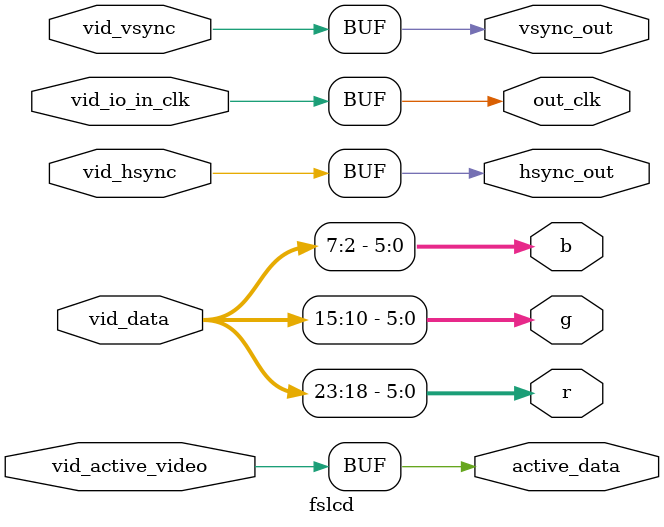
<source format=v>
module fslcd #
(
	parameter integer C_IN_COMP_WIDTH = 8,
	parameter integer C_OUT_COMP_WIDTH = 6
) (
	input vid_io_in_clk,
	input vid_active_video,
	input [C_IN_COMP_WIDTH*3-1:0] vid_data,
	input vid_hsync,
	input vid_vsync,
	output [C_OUT_COMP_WIDTH-1:0] r,
	output [C_OUT_COMP_WIDTH-1:0] g,
	output [C_OUT_COMP_WIDTH-1:0] b,
	output hsync_out,
	output vsync_out,
	output active_data,
	output out_clk
);
	function integer com_msb (input integer com_idx);
	begin
		com_msb = C_IN_COMP_WIDTH * (com_idx + 1) - 1;
	end
	endfunction
	function integer com_lsb_shrink (input integer com_idx);
	begin
		com_lsb_shrink = C_IN_COMP_WIDTH * (com_idx + 1) - C_OUT_COMP_WIDTH;
	end
	endfunction
	function integer com_lsb_extent (input integer com_idx);
	begin
		com_lsb_extent = C_IN_COMP_WIDTH * com_idx;
	end
	endfunction
	localparam integer C_EXTENT = C_OUT_COMP_WIDTH - C_IN_COMP_WIDTH;
	assign active_data = vid_active_video;
	if (C_IN_COMP_WIDTH >= C_OUT_COMP_WIDTH) begin
		assign r = vid_data[com_msb(2):com_lsb_shrink(2)];
		assign g = vid_data[com_msb(1):com_lsb_shrink(1)];
		assign b = vid_data[com_msb(0):com_lsb_shrink(0)];
	end
	else begin
		assign r = { vid_data[com_msb(2):com_lsb_extent(2)], {C_EXTENT{1'b1}} };
		assign g = { vid_data[com_msb(1):com_lsb_extent(1)], {C_EXTENT{1'b1}} };
		assign b = { vid_data[com_msb(0):com_lsb_extent(0)], {C_EXTENT{1'b1}} };
	end
	assign hsync_out = vid_hsync;
	assign vsync_out = vid_vsync;
	assign out_clk = vid_io_in_clk;
endmodule
</source>
